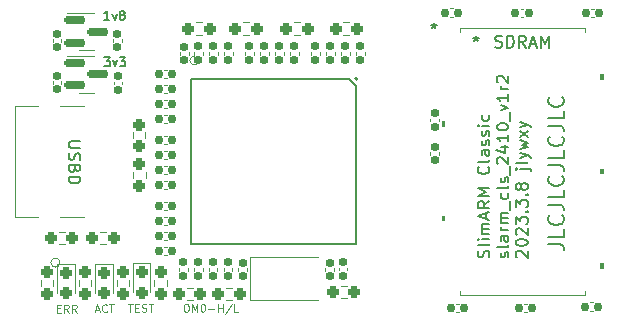
<source format=gto>
G04 #@! TF.GenerationSoftware,KiCad,Pcbnew,(6.0.11-0)*
G04 #@! TF.CreationDate,2023-03-08T20:48:50+08:00*
G04 #@! TF.ProjectId,slimarm_classic_2410,736c696d-6172-46d5-9f63-6c6173736963,rev?*
G04 #@! TF.SameCoordinates,Original*
G04 #@! TF.FileFunction,Legend,Top*
G04 #@! TF.FilePolarity,Positive*
%FSLAX46Y46*%
G04 Gerber Fmt 4.6, Leading zero omitted, Abs format (unit mm)*
G04 Created by KiCad (PCBNEW (6.0.11-0)) date 2023-03-08 20:48:50*
%MOMM*%
%LPD*%
G01*
G04 APERTURE LIST*
G04 Aperture macros list*
%AMRoundRect*
0 Rectangle with rounded corners*
0 $1 Rounding radius*
0 $2 $3 $4 $5 $6 $7 $8 $9 X,Y pos of 4 corners*
0 Add a 4 corners polygon primitive as box body*
4,1,4,$2,$3,$4,$5,$6,$7,$8,$9,$2,$3,0*
0 Add four circle primitives for the rounded corners*
1,1,$1+$1,$2,$3*
1,1,$1+$1,$4,$5*
1,1,$1+$1,$6,$7*
1,1,$1+$1,$8,$9*
0 Add four rect primitives between the rounded corners*
20,1,$1+$1,$2,$3,$4,$5,0*
20,1,$1+$1,$4,$5,$6,$7,0*
20,1,$1+$1,$6,$7,$8,$9,0*
20,1,$1+$1,$8,$9,$2,$3,0*%
G04 Aperture macros list end*
%ADD10C,0.150000*%
%ADD11C,0.127000*%
%ADD12C,0.200000*%
%ADD13C,0.114300*%
%ADD14C,0.120000*%
%ADD15C,0.100000*%
%ADD16RoundRect,0.150000X-0.739000X-0.150000X0.739000X-0.150000X0.739000X0.150000X-0.739000X0.150000X0*%
%ADD17RoundRect,0.155000X-0.155000X0.212500X-0.155000X-0.212500X0.155000X-0.212500X0.155000X0.212500X0*%
%ADD18RoundRect,0.155000X0.155000X-0.212500X0.155000X0.212500X-0.155000X0.212500X-0.155000X-0.212500X0*%
%ADD19RoundRect,0.155000X-0.212500X-0.155000X0.212500X-0.155000X0.212500X0.155000X-0.212500X0.155000X0*%
%ADD20C,0.410000*%
%ADD21C,0.650000*%
%ADD22R,2.000000X0.600000*%
%ADD23R,2.000000X0.300000*%
%ADD24R,1.450000X0.600000*%
%ADD25O,1.600000X1.000000*%
%ADD26O,2.100000X1.000000*%
%ADD27RoundRect,0.237500X-0.237500X0.287500X-0.237500X-0.287500X0.237500X-0.287500X0.237500X0.287500X0*%
%ADD28RoundRect,0.237500X0.250000X0.237500X-0.250000X0.237500X-0.250000X-0.237500X0.250000X-0.237500X0*%
%ADD29RoundRect,0.237500X-0.250000X-0.237500X0.250000X-0.237500X0.250000X0.237500X-0.250000X0.237500X0*%
%ADD30RoundRect,0.237500X0.237500X-0.250000X0.237500X0.250000X-0.237500X0.250000X-0.237500X-0.250000X0*%
%ADD31R,1.693800X0.508000*%
%ADD32RoundRect,0.155000X0.212500X0.155000X-0.212500X0.155000X-0.212500X-0.155000X0.212500X-0.155000X0*%
%ADD33RoundRect,0.237500X-0.237500X0.250000X-0.237500X-0.250000X0.237500X-0.250000X0.237500X0.250000X0*%
%ADD34R,2.000000X2.400000*%
G04 APERTURE END LIST*
D10*
X15907619Y-25785595D02*
X15098095Y-25785595D01*
X15002857Y-25833214D01*
X14955238Y-25880833D01*
X14907619Y-25976071D01*
X14907619Y-26166547D01*
X14955238Y-26261785D01*
X15002857Y-26309404D01*
X15098095Y-26357023D01*
X15907619Y-26357023D01*
X14955238Y-26785595D02*
X14907619Y-26928452D01*
X14907619Y-27166547D01*
X14955238Y-27261785D01*
X15002857Y-27309404D01*
X15098095Y-27357023D01*
X15193333Y-27357023D01*
X15288571Y-27309404D01*
X15336190Y-27261785D01*
X15383809Y-27166547D01*
X15431428Y-26976071D01*
X15479047Y-26880833D01*
X15526666Y-26833214D01*
X15621904Y-26785595D01*
X15717142Y-26785595D01*
X15812380Y-26833214D01*
X15860000Y-26880833D01*
X15907619Y-26976071D01*
X15907619Y-27214166D01*
X15860000Y-27357023D01*
X15431428Y-28118928D02*
X15383809Y-28261785D01*
X15336190Y-28309404D01*
X15240952Y-28357023D01*
X15098095Y-28357023D01*
X15002857Y-28309404D01*
X14955238Y-28261785D01*
X14907619Y-28166547D01*
X14907619Y-27785595D01*
X15907619Y-27785595D01*
X15907619Y-28118928D01*
X15860000Y-28214166D01*
X15812380Y-28261785D01*
X15717142Y-28309404D01*
X15621904Y-28309404D01*
X15526666Y-28261785D01*
X15479047Y-28214166D01*
X15431428Y-28118928D01*
X15431428Y-27785595D01*
X14907619Y-28785595D02*
X15907619Y-28785595D01*
X15907619Y-29023690D01*
X15860000Y-29166547D01*
X15764761Y-29261785D01*
X15669523Y-29309404D01*
X15479047Y-29357023D01*
X15336190Y-29357023D01*
X15145714Y-29309404D01*
X15050476Y-29261785D01*
X14955238Y-29166547D01*
X14907619Y-29023690D01*
X14907619Y-28785595D01*
X51037976Y-17804761D02*
X51180833Y-17852380D01*
X51418928Y-17852380D01*
X51514166Y-17804761D01*
X51561785Y-17757142D01*
X51609404Y-17661904D01*
X51609404Y-17566666D01*
X51561785Y-17471428D01*
X51514166Y-17423809D01*
X51418928Y-17376190D01*
X51228452Y-17328571D01*
X51133214Y-17280952D01*
X51085595Y-17233333D01*
X51037976Y-17138095D01*
X51037976Y-17042857D01*
X51085595Y-16947619D01*
X51133214Y-16900000D01*
X51228452Y-16852380D01*
X51466547Y-16852380D01*
X51609404Y-16900000D01*
X52037976Y-17852380D02*
X52037976Y-16852380D01*
X52276071Y-16852380D01*
X52418928Y-16900000D01*
X52514166Y-16995238D01*
X52561785Y-17090476D01*
X52609404Y-17280952D01*
X52609404Y-17423809D01*
X52561785Y-17614285D01*
X52514166Y-17709523D01*
X52418928Y-17804761D01*
X52276071Y-17852380D01*
X52037976Y-17852380D01*
X53609404Y-17852380D02*
X53276071Y-17376190D01*
X53037976Y-17852380D02*
X53037976Y-16852380D01*
X53418928Y-16852380D01*
X53514166Y-16900000D01*
X53561785Y-16947619D01*
X53609404Y-17042857D01*
X53609404Y-17185714D01*
X53561785Y-17280952D01*
X53514166Y-17328571D01*
X53418928Y-17376190D01*
X53037976Y-17376190D01*
X53990357Y-17566666D02*
X54466547Y-17566666D01*
X53895119Y-17852380D02*
X54228452Y-16852380D01*
X54561785Y-17852380D01*
X54895119Y-17852380D02*
X54895119Y-16852380D01*
X55228452Y-17566666D01*
X55561785Y-16852380D01*
X55561785Y-17852380D01*
D11*
X17941407Y-18692714D02*
X18413121Y-18692714D01*
X18159121Y-18983000D01*
X18267978Y-18983000D01*
X18340550Y-19019285D01*
X18376835Y-19055571D01*
X18413121Y-19128142D01*
X18413121Y-19309571D01*
X18376835Y-19382142D01*
X18340550Y-19418428D01*
X18267978Y-19454714D01*
X18050264Y-19454714D01*
X17977692Y-19418428D01*
X17941407Y-19382142D01*
X18667121Y-18946714D02*
X18848550Y-19454714D01*
X19029978Y-18946714D01*
X19247692Y-18692714D02*
X19719407Y-18692714D01*
X19465407Y-18983000D01*
X19574264Y-18983000D01*
X19646835Y-19019285D01*
X19683121Y-19055571D01*
X19719407Y-19128142D01*
X19719407Y-19309571D01*
X19683121Y-19382142D01*
X19646835Y-19418428D01*
X19574264Y-19454714D01*
X19356550Y-19454714D01*
X19283978Y-19418428D01*
X19247692Y-19382142D01*
D12*
X55538095Y-34489047D02*
X56466666Y-34489047D01*
X56652380Y-34550952D01*
X56776190Y-34674761D01*
X56838095Y-34860476D01*
X56838095Y-34984285D01*
X56838095Y-33250952D02*
X56838095Y-33870000D01*
X55538095Y-33870000D01*
X56714285Y-32074761D02*
X56776190Y-32136666D01*
X56838095Y-32322380D01*
X56838095Y-32446190D01*
X56776190Y-32631904D01*
X56652380Y-32755714D01*
X56528571Y-32817619D01*
X56280952Y-32879523D01*
X56095238Y-32879523D01*
X55847619Y-32817619D01*
X55723809Y-32755714D01*
X55600000Y-32631904D01*
X55538095Y-32446190D01*
X55538095Y-32322380D01*
X55600000Y-32136666D01*
X55661904Y-32074761D01*
X55538095Y-31146190D02*
X56466666Y-31146190D01*
X56652380Y-31208095D01*
X56776190Y-31331904D01*
X56838095Y-31517619D01*
X56838095Y-31641428D01*
X56838095Y-29908095D02*
X56838095Y-30527142D01*
X55538095Y-30527142D01*
X56714285Y-28731904D02*
X56776190Y-28793809D01*
X56838095Y-28979523D01*
X56838095Y-29103333D01*
X56776190Y-29289047D01*
X56652380Y-29412857D01*
X56528571Y-29474761D01*
X56280952Y-29536666D01*
X56095238Y-29536666D01*
X55847619Y-29474761D01*
X55723809Y-29412857D01*
X55600000Y-29289047D01*
X55538095Y-29103333D01*
X55538095Y-28979523D01*
X55600000Y-28793809D01*
X55661904Y-28731904D01*
X55538095Y-27803333D02*
X56466666Y-27803333D01*
X56652380Y-27865238D01*
X56776190Y-27989047D01*
X56838095Y-28174761D01*
X56838095Y-28298571D01*
X56838095Y-26565238D02*
X56838095Y-27184285D01*
X55538095Y-27184285D01*
X56714285Y-25389047D02*
X56776190Y-25450952D01*
X56838095Y-25636666D01*
X56838095Y-25760476D01*
X56776190Y-25946190D01*
X56652380Y-26070000D01*
X56528571Y-26131904D01*
X56280952Y-26193809D01*
X56095238Y-26193809D01*
X55847619Y-26131904D01*
X55723809Y-26070000D01*
X55600000Y-25946190D01*
X55538095Y-25760476D01*
X55538095Y-25636666D01*
X55600000Y-25450952D01*
X55661904Y-25389047D01*
X55538095Y-24460476D02*
X56466666Y-24460476D01*
X56652380Y-24522380D01*
X56776190Y-24646190D01*
X56838095Y-24831904D01*
X56838095Y-24955714D01*
X56838095Y-23222380D02*
X56838095Y-23841428D01*
X55538095Y-23841428D01*
X56714285Y-22046190D02*
X56776190Y-22108095D01*
X56838095Y-22293809D01*
X56838095Y-22417619D01*
X56776190Y-22603333D01*
X56652380Y-22727142D01*
X56528571Y-22789047D01*
X56280952Y-22850952D01*
X56095238Y-22850952D01*
X55847619Y-22789047D01*
X55723809Y-22727142D01*
X55600000Y-22603333D01*
X55538095Y-22417619D01*
X55538095Y-22293809D01*
X55600000Y-22108095D01*
X55661904Y-22046190D01*
D13*
X24797323Y-39568352D02*
X24923114Y-39568352D01*
X24986009Y-39599800D01*
X25048904Y-39662695D01*
X25080352Y-39788485D01*
X25080352Y-40008619D01*
X25048904Y-40134409D01*
X24986009Y-40197304D01*
X24923114Y-40228752D01*
X24797323Y-40228752D01*
X24734428Y-40197304D01*
X24671533Y-40134409D01*
X24640085Y-40008619D01*
X24640085Y-39788485D01*
X24671533Y-39662695D01*
X24734428Y-39599800D01*
X24797323Y-39568352D01*
X25363380Y-40228752D02*
X25363380Y-39568352D01*
X25583514Y-40040066D01*
X25803647Y-39568352D01*
X25803647Y-40228752D01*
X26243914Y-39568352D02*
X26306809Y-39568352D01*
X26369704Y-39599800D01*
X26401152Y-39631247D01*
X26432599Y-39694142D01*
X26464047Y-39819933D01*
X26464047Y-39977171D01*
X26432599Y-40102961D01*
X26401152Y-40165857D01*
X26369704Y-40197304D01*
X26306809Y-40228752D01*
X26243914Y-40228752D01*
X26181018Y-40197304D01*
X26149571Y-40165857D01*
X26118123Y-40102961D01*
X26086675Y-39977171D01*
X26086675Y-39819933D01*
X26118123Y-39694142D01*
X26149571Y-39631247D01*
X26181018Y-39599800D01*
X26243914Y-39568352D01*
X26747075Y-39977171D02*
X27250237Y-39977171D01*
X27564714Y-40228752D02*
X27564714Y-39568352D01*
X27564714Y-39882828D02*
X27942085Y-39882828D01*
X27942085Y-40228752D02*
X27942085Y-39568352D01*
X28728275Y-39536904D02*
X28162218Y-40385990D01*
X29262885Y-40228752D02*
X28948409Y-40228752D01*
X28948409Y-39568352D01*
D11*
X18363121Y-15494714D02*
X17927692Y-15494714D01*
X18145407Y-15494714D02*
X18145407Y-14732714D01*
X18072835Y-14841571D01*
X18000264Y-14914142D01*
X17927692Y-14950428D01*
X18617121Y-14986714D02*
X18798550Y-15494714D01*
X18979978Y-14986714D01*
X19379121Y-15059285D02*
X19306550Y-15023000D01*
X19270264Y-14986714D01*
X19233978Y-14914142D01*
X19233978Y-14877857D01*
X19270264Y-14805285D01*
X19306550Y-14769000D01*
X19379121Y-14732714D01*
X19524264Y-14732714D01*
X19596835Y-14769000D01*
X19633121Y-14805285D01*
X19669407Y-14877857D01*
X19669407Y-14914142D01*
X19633121Y-14986714D01*
X19596835Y-15023000D01*
X19524264Y-15059285D01*
X19379121Y-15059285D01*
X19306550Y-15095571D01*
X19270264Y-15131857D01*
X19233978Y-15204428D01*
X19233978Y-15349571D01*
X19270264Y-15422142D01*
X19306550Y-15458428D01*
X19379121Y-15494714D01*
X19524264Y-15494714D01*
X19596835Y-15458428D01*
X19633121Y-15422142D01*
X19669407Y-15349571D01*
X19669407Y-15204428D01*
X19633121Y-15131857D01*
X19596835Y-15095571D01*
X19524264Y-15059285D01*
D13*
X17180085Y-40060066D02*
X17494561Y-40060066D01*
X17117190Y-40248752D02*
X17337323Y-39588352D01*
X17557456Y-40248752D01*
X18154961Y-40185857D02*
X18123514Y-40217304D01*
X18029171Y-40248752D01*
X17966275Y-40248752D01*
X17871933Y-40217304D01*
X17809037Y-40154409D01*
X17777590Y-40091514D01*
X17746142Y-39965723D01*
X17746142Y-39871380D01*
X17777590Y-39745590D01*
X17809037Y-39682695D01*
X17871933Y-39619800D01*
X17966275Y-39588352D01*
X18029171Y-39588352D01*
X18123514Y-39619800D01*
X18154961Y-39651247D01*
X18343647Y-39588352D02*
X18721018Y-39588352D01*
X18532333Y-40248752D02*
X18532333Y-39588352D01*
X19947190Y-39558352D02*
X20324561Y-39558352D01*
X20135875Y-40218752D02*
X20135875Y-39558352D01*
X20544695Y-39872828D02*
X20764828Y-39872828D01*
X20859171Y-40218752D02*
X20544695Y-40218752D01*
X20544695Y-39558352D01*
X20859171Y-39558352D01*
X21110752Y-40187304D02*
X21205095Y-40218752D01*
X21362333Y-40218752D01*
X21425228Y-40187304D01*
X21456675Y-40155857D01*
X21488123Y-40092961D01*
X21488123Y-40030066D01*
X21456675Y-39967171D01*
X21425228Y-39935723D01*
X21362333Y-39904276D01*
X21236542Y-39872828D01*
X21173647Y-39841380D01*
X21142199Y-39809933D01*
X21110752Y-39747038D01*
X21110752Y-39684142D01*
X21142199Y-39621247D01*
X21173647Y-39589800D01*
X21236542Y-39558352D01*
X21393780Y-39558352D01*
X21488123Y-39589800D01*
X21676809Y-39558352D02*
X22054180Y-39558352D01*
X21865495Y-40218752D02*
X21865495Y-39558352D01*
D10*
X50494761Y-35612023D02*
X50542380Y-35469166D01*
X50542380Y-35231071D01*
X50494761Y-35135833D01*
X50447142Y-35088214D01*
X50351904Y-35040595D01*
X50256666Y-35040595D01*
X50161428Y-35088214D01*
X50113809Y-35135833D01*
X50066190Y-35231071D01*
X50018571Y-35421547D01*
X49970952Y-35516785D01*
X49923333Y-35564404D01*
X49828095Y-35612023D01*
X49732857Y-35612023D01*
X49637619Y-35564404D01*
X49590000Y-35516785D01*
X49542380Y-35421547D01*
X49542380Y-35183452D01*
X49590000Y-35040595D01*
X50542380Y-34469166D02*
X50494761Y-34564404D01*
X50399523Y-34612023D01*
X49542380Y-34612023D01*
X50542380Y-34088214D02*
X49875714Y-34088214D01*
X49542380Y-34088214D02*
X49590000Y-34135833D01*
X49637619Y-34088214D01*
X49590000Y-34040595D01*
X49542380Y-34088214D01*
X49637619Y-34088214D01*
X50542380Y-33612023D02*
X49875714Y-33612023D01*
X49970952Y-33612023D02*
X49923333Y-33564404D01*
X49875714Y-33469166D01*
X49875714Y-33326309D01*
X49923333Y-33231071D01*
X50018571Y-33183452D01*
X50542380Y-33183452D01*
X50018571Y-33183452D02*
X49923333Y-33135833D01*
X49875714Y-33040595D01*
X49875714Y-32897738D01*
X49923333Y-32802500D01*
X50018571Y-32754880D01*
X50542380Y-32754880D01*
X50256666Y-32326309D02*
X50256666Y-31850119D01*
X50542380Y-32421547D02*
X49542380Y-32088214D01*
X50542380Y-31754880D01*
X50542380Y-30850119D02*
X50066190Y-31183452D01*
X50542380Y-31421547D02*
X49542380Y-31421547D01*
X49542380Y-31040595D01*
X49590000Y-30945357D01*
X49637619Y-30897738D01*
X49732857Y-30850119D01*
X49875714Y-30850119D01*
X49970952Y-30897738D01*
X50018571Y-30945357D01*
X50066190Y-31040595D01*
X50066190Y-31421547D01*
X50542380Y-30421547D02*
X49542380Y-30421547D01*
X50256666Y-30088214D01*
X49542380Y-29754880D01*
X50542380Y-29754880D01*
X50447142Y-27945357D02*
X50494761Y-27992976D01*
X50542380Y-28135833D01*
X50542380Y-28231071D01*
X50494761Y-28373928D01*
X50399523Y-28469166D01*
X50304285Y-28516785D01*
X50113809Y-28564404D01*
X49970952Y-28564404D01*
X49780476Y-28516785D01*
X49685238Y-28469166D01*
X49590000Y-28373928D01*
X49542380Y-28231071D01*
X49542380Y-28135833D01*
X49590000Y-27992976D01*
X49637619Y-27945357D01*
X50542380Y-27373928D02*
X50494761Y-27469166D01*
X50399523Y-27516785D01*
X49542380Y-27516785D01*
X50542380Y-26564404D02*
X50018571Y-26564404D01*
X49923333Y-26612023D01*
X49875714Y-26707261D01*
X49875714Y-26897738D01*
X49923333Y-26992976D01*
X50494761Y-26564404D02*
X50542380Y-26659642D01*
X50542380Y-26897738D01*
X50494761Y-26992976D01*
X50399523Y-27040595D01*
X50304285Y-27040595D01*
X50209047Y-26992976D01*
X50161428Y-26897738D01*
X50161428Y-26659642D01*
X50113809Y-26564404D01*
X50494761Y-26135833D02*
X50542380Y-26040595D01*
X50542380Y-25850119D01*
X50494761Y-25754880D01*
X50399523Y-25707261D01*
X50351904Y-25707261D01*
X50256666Y-25754880D01*
X50209047Y-25850119D01*
X50209047Y-25992976D01*
X50161428Y-26088214D01*
X50066190Y-26135833D01*
X50018571Y-26135833D01*
X49923333Y-26088214D01*
X49875714Y-25992976D01*
X49875714Y-25850119D01*
X49923333Y-25754880D01*
X50494761Y-25326309D02*
X50542380Y-25231071D01*
X50542380Y-25040595D01*
X50494761Y-24945357D01*
X50399523Y-24897738D01*
X50351904Y-24897738D01*
X50256666Y-24945357D01*
X50209047Y-25040595D01*
X50209047Y-25183452D01*
X50161428Y-25278690D01*
X50066190Y-25326309D01*
X50018571Y-25326309D01*
X49923333Y-25278690D01*
X49875714Y-25183452D01*
X49875714Y-25040595D01*
X49923333Y-24945357D01*
X50542380Y-24469166D02*
X49875714Y-24469166D01*
X49542380Y-24469166D02*
X49590000Y-24516785D01*
X49637619Y-24469166D01*
X49590000Y-24421547D01*
X49542380Y-24469166D01*
X49637619Y-24469166D01*
X50494761Y-23564404D02*
X50542380Y-23659642D01*
X50542380Y-23850119D01*
X50494761Y-23945357D01*
X50447142Y-23992976D01*
X50351904Y-24040595D01*
X50066190Y-24040595D01*
X49970952Y-23992976D01*
X49923333Y-23945357D01*
X49875714Y-23850119D01*
X49875714Y-23659642D01*
X49923333Y-23564404D01*
X52104761Y-35612023D02*
X52152380Y-35516785D01*
X52152380Y-35326309D01*
X52104761Y-35231071D01*
X52009523Y-35183452D01*
X51961904Y-35183452D01*
X51866666Y-35231071D01*
X51819047Y-35326309D01*
X51819047Y-35469166D01*
X51771428Y-35564404D01*
X51676190Y-35612023D01*
X51628571Y-35612023D01*
X51533333Y-35564404D01*
X51485714Y-35469166D01*
X51485714Y-35326309D01*
X51533333Y-35231071D01*
X52152380Y-34612023D02*
X52104761Y-34707261D01*
X52009523Y-34754880D01*
X51152380Y-34754880D01*
X52152380Y-33802500D02*
X51628571Y-33802500D01*
X51533333Y-33850119D01*
X51485714Y-33945357D01*
X51485714Y-34135833D01*
X51533333Y-34231071D01*
X52104761Y-33802500D02*
X52152380Y-33897738D01*
X52152380Y-34135833D01*
X52104761Y-34231071D01*
X52009523Y-34278690D01*
X51914285Y-34278690D01*
X51819047Y-34231071D01*
X51771428Y-34135833D01*
X51771428Y-33897738D01*
X51723809Y-33802500D01*
X52152380Y-33326309D02*
X51485714Y-33326309D01*
X51676190Y-33326309D02*
X51580952Y-33278690D01*
X51533333Y-33231071D01*
X51485714Y-33135833D01*
X51485714Y-33040595D01*
X52152380Y-32707261D02*
X51485714Y-32707261D01*
X51580952Y-32707261D02*
X51533333Y-32659642D01*
X51485714Y-32564404D01*
X51485714Y-32421547D01*
X51533333Y-32326309D01*
X51628571Y-32278690D01*
X52152380Y-32278690D01*
X51628571Y-32278690D02*
X51533333Y-32231071D01*
X51485714Y-32135833D01*
X51485714Y-31992976D01*
X51533333Y-31897738D01*
X51628571Y-31850119D01*
X52152380Y-31850119D01*
X52247619Y-31612023D02*
X52247619Y-30850119D01*
X52104761Y-30183452D02*
X52152380Y-30278690D01*
X52152380Y-30469166D01*
X52104761Y-30564404D01*
X52057142Y-30612023D01*
X51961904Y-30659642D01*
X51676190Y-30659642D01*
X51580952Y-30612023D01*
X51533333Y-30564404D01*
X51485714Y-30469166D01*
X51485714Y-30278690D01*
X51533333Y-30183452D01*
X52152380Y-29612023D02*
X52104761Y-29707261D01*
X52009523Y-29754880D01*
X51152380Y-29754880D01*
X52104761Y-29278690D02*
X52152380Y-29183452D01*
X52152380Y-28992976D01*
X52104761Y-28897738D01*
X52009523Y-28850119D01*
X51961904Y-28850119D01*
X51866666Y-28897738D01*
X51819047Y-28992976D01*
X51819047Y-29135833D01*
X51771428Y-29231071D01*
X51676190Y-29278690D01*
X51628571Y-29278690D01*
X51533333Y-29231071D01*
X51485714Y-29135833D01*
X51485714Y-28992976D01*
X51533333Y-28897738D01*
X52247619Y-28659642D02*
X52247619Y-27897738D01*
X51247619Y-27707261D02*
X51200000Y-27659642D01*
X51152380Y-27564404D01*
X51152380Y-27326309D01*
X51200000Y-27231071D01*
X51247619Y-27183452D01*
X51342857Y-27135833D01*
X51438095Y-27135833D01*
X51580952Y-27183452D01*
X52152380Y-27754880D01*
X52152380Y-27135833D01*
X51485714Y-26278690D02*
X52152380Y-26278690D01*
X51104761Y-26516785D02*
X51819047Y-26754880D01*
X51819047Y-26135833D01*
X52152380Y-25231071D02*
X52152380Y-25802500D01*
X52152380Y-25516785D02*
X51152380Y-25516785D01*
X51295238Y-25612023D01*
X51390476Y-25707261D01*
X51438095Y-25802500D01*
X51152380Y-24612023D02*
X51152380Y-24516785D01*
X51200000Y-24421547D01*
X51247619Y-24373928D01*
X51342857Y-24326309D01*
X51533333Y-24278690D01*
X51771428Y-24278690D01*
X51961904Y-24326309D01*
X52057142Y-24373928D01*
X52104761Y-24421547D01*
X52152380Y-24516785D01*
X52152380Y-24612023D01*
X52104761Y-24707261D01*
X52057142Y-24754880D01*
X51961904Y-24802500D01*
X51771428Y-24850119D01*
X51533333Y-24850119D01*
X51342857Y-24802500D01*
X51247619Y-24754880D01*
X51200000Y-24707261D01*
X51152380Y-24612023D01*
X52247619Y-24088214D02*
X52247619Y-23326309D01*
X51485714Y-23183452D02*
X52152380Y-22945357D01*
X51485714Y-22707261D01*
X52152380Y-21802500D02*
X52152380Y-22373928D01*
X52152380Y-22088214D02*
X51152380Y-22088214D01*
X51295238Y-22183452D01*
X51390476Y-22278690D01*
X51438095Y-22373928D01*
X52152380Y-21373928D02*
X51485714Y-21373928D01*
X51676190Y-21373928D02*
X51580952Y-21326309D01*
X51533333Y-21278690D01*
X51485714Y-21183452D01*
X51485714Y-21088214D01*
X51247619Y-20802500D02*
X51200000Y-20754880D01*
X51152380Y-20659642D01*
X51152380Y-20421547D01*
X51200000Y-20326309D01*
X51247619Y-20278690D01*
X51342857Y-20231071D01*
X51438095Y-20231071D01*
X51580952Y-20278690D01*
X52152380Y-20850119D01*
X52152380Y-20231071D01*
X52857619Y-35612023D02*
X52810000Y-35564404D01*
X52762380Y-35469166D01*
X52762380Y-35231071D01*
X52810000Y-35135833D01*
X52857619Y-35088214D01*
X52952857Y-35040595D01*
X53048095Y-35040595D01*
X53190952Y-35088214D01*
X53762380Y-35659642D01*
X53762380Y-35040595D01*
X52762380Y-34421547D02*
X52762380Y-34326309D01*
X52810000Y-34231071D01*
X52857619Y-34183452D01*
X52952857Y-34135833D01*
X53143333Y-34088214D01*
X53381428Y-34088214D01*
X53571904Y-34135833D01*
X53667142Y-34183452D01*
X53714761Y-34231071D01*
X53762380Y-34326309D01*
X53762380Y-34421547D01*
X53714761Y-34516785D01*
X53667142Y-34564404D01*
X53571904Y-34612023D01*
X53381428Y-34659642D01*
X53143333Y-34659642D01*
X52952857Y-34612023D01*
X52857619Y-34564404D01*
X52810000Y-34516785D01*
X52762380Y-34421547D01*
X52857619Y-33707261D02*
X52810000Y-33659642D01*
X52762380Y-33564404D01*
X52762380Y-33326309D01*
X52810000Y-33231071D01*
X52857619Y-33183452D01*
X52952857Y-33135833D01*
X53048095Y-33135833D01*
X53190952Y-33183452D01*
X53762380Y-33754880D01*
X53762380Y-33135833D01*
X52762380Y-32802500D02*
X52762380Y-32183452D01*
X53143333Y-32516785D01*
X53143333Y-32373928D01*
X53190952Y-32278690D01*
X53238571Y-32231071D01*
X53333809Y-32183452D01*
X53571904Y-32183452D01*
X53667142Y-32231071D01*
X53714761Y-32278690D01*
X53762380Y-32373928D01*
X53762380Y-32659642D01*
X53714761Y-32754880D01*
X53667142Y-32802500D01*
X53667142Y-31754880D02*
X53714761Y-31707261D01*
X53762380Y-31754880D01*
X53714761Y-31802500D01*
X53667142Y-31754880D01*
X53762380Y-31754880D01*
X52762380Y-31373928D02*
X52762380Y-30754880D01*
X53143333Y-31088214D01*
X53143333Y-30945357D01*
X53190952Y-30850119D01*
X53238571Y-30802500D01*
X53333809Y-30754880D01*
X53571904Y-30754880D01*
X53667142Y-30802500D01*
X53714761Y-30850119D01*
X53762380Y-30945357D01*
X53762380Y-31231071D01*
X53714761Y-31326309D01*
X53667142Y-31373928D01*
X53667142Y-30326309D02*
X53714761Y-30278690D01*
X53762380Y-30326309D01*
X53714761Y-30373928D01*
X53667142Y-30326309D01*
X53762380Y-30326309D01*
X53190952Y-29707261D02*
X53143333Y-29802500D01*
X53095714Y-29850119D01*
X53000476Y-29897738D01*
X52952857Y-29897738D01*
X52857619Y-29850119D01*
X52810000Y-29802500D01*
X52762380Y-29707261D01*
X52762380Y-29516785D01*
X52810000Y-29421547D01*
X52857619Y-29373928D01*
X52952857Y-29326309D01*
X53000476Y-29326309D01*
X53095714Y-29373928D01*
X53143333Y-29421547D01*
X53190952Y-29516785D01*
X53190952Y-29707261D01*
X53238571Y-29802500D01*
X53286190Y-29850119D01*
X53381428Y-29897738D01*
X53571904Y-29897738D01*
X53667142Y-29850119D01*
X53714761Y-29802500D01*
X53762380Y-29707261D01*
X53762380Y-29516785D01*
X53714761Y-29421547D01*
X53667142Y-29373928D01*
X53571904Y-29326309D01*
X53381428Y-29326309D01*
X53286190Y-29373928D01*
X53238571Y-29421547D01*
X53190952Y-29516785D01*
X53095714Y-28135833D02*
X53952857Y-28135833D01*
X54048095Y-28183452D01*
X54095714Y-28278690D01*
X54095714Y-28326309D01*
X52762380Y-28135833D02*
X52810000Y-28183452D01*
X52857619Y-28135833D01*
X52810000Y-28088214D01*
X52762380Y-28135833D01*
X52857619Y-28135833D01*
X53762380Y-27516785D02*
X53714761Y-27612023D01*
X53619523Y-27659642D01*
X52762380Y-27659642D01*
X53095714Y-27231071D02*
X53762380Y-26992976D01*
X53095714Y-26754880D02*
X53762380Y-26992976D01*
X54000476Y-27088214D01*
X54048095Y-27135833D01*
X54095714Y-27231071D01*
X53095714Y-26469166D02*
X53762380Y-26278690D01*
X53286190Y-26088214D01*
X53762380Y-25897738D01*
X53095714Y-25707261D01*
X53762380Y-25421547D02*
X53095714Y-24897738D01*
X53095714Y-25421547D02*
X53762380Y-24897738D01*
X53095714Y-24612023D02*
X53762380Y-24373928D01*
X53095714Y-24135833D02*
X53762380Y-24373928D01*
X54000476Y-24469166D01*
X54048095Y-24516785D01*
X54095714Y-24612023D01*
D13*
X13951533Y-39942828D02*
X14171666Y-39942828D01*
X14266009Y-40288752D02*
X13951533Y-40288752D01*
X13951533Y-39628352D01*
X14266009Y-39628352D01*
X14926409Y-40288752D02*
X14706275Y-39974276D01*
X14549037Y-40288752D02*
X14549037Y-39628352D01*
X14800618Y-39628352D01*
X14863514Y-39659800D01*
X14894961Y-39691247D01*
X14926409Y-39754142D01*
X14926409Y-39848485D01*
X14894961Y-39911380D01*
X14863514Y-39942828D01*
X14800618Y-39974276D01*
X14549037Y-39974276D01*
X15586809Y-40288752D02*
X15366675Y-39974276D01*
X15209437Y-40288752D02*
X15209437Y-39628352D01*
X15461018Y-39628352D01*
X15523914Y-39659800D01*
X15555361Y-39691247D01*
X15586809Y-39754142D01*
X15586809Y-39848485D01*
X15555361Y-39911380D01*
X15523914Y-39942828D01*
X15461018Y-39974276D01*
X15209437Y-39974276D01*
D10*
G04 #@! TO.C,U4*
X49390000Y-16872380D02*
X49390000Y-17110476D01*
X49151904Y-17015238D02*
X49390000Y-17110476D01*
X49628095Y-17015238D01*
X49247142Y-17300952D02*
X49390000Y-17110476D01*
X49532857Y-17300952D01*
X45820000Y-15772380D02*
X45820000Y-16010476D01*
X45581904Y-15915238D02*
X45820000Y-16010476D01*
X46058095Y-15915238D01*
X45677142Y-16200952D02*
X45820000Y-16010476D01*
X45962857Y-16200952D01*
D14*
G04 #@! TO.C,U3*
X16420000Y-18542600D02*
X17070000Y-18542600D01*
X16420000Y-18542600D02*
X14745000Y-18542600D01*
X16420000Y-21662600D02*
X15770000Y-21662600D01*
X16420000Y-21662600D02*
X17070000Y-21662600D01*
G04 #@! TO.C,C45*
X13560000Y-17136765D02*
X13560000Y-17368435D01*
X14280000Y-17136765D02*
X14280000Y-17368435D01*
G04 #@! TO.C,C21*
X24360000Y-18236765D02*
X24360000Y-18468435D01*
X25080000Y-18236765D02*
X25080000Y-18468435D01*
G04 #@! TO.C,C40*
X29858000Y-18214765D02*
X29858000Y-18446435D01*
X30578000Y-18214765D02*
X30578000Y-18446435D01*
G04 #@! TO.C,C35*
X38510000Y-36715835D02*
X38510000Y-36484165D01*
X37790000Y-36715835D02*
X37790000Y-36484165D01*
G04 #@! TO.C,C43*
X22990165Y-30924600D02*
X23221835Y-30924600D01*
X22990165Y-31644600D02*
X23221835Y-31644600D01*
D12*
G04 #@! TO.C,IC1*
X39250000Y-34500000D02*
X25250000Y-34500000D01*
X38650000Y-20500000D02*
X39250000Y-21100000D01*
X25250000Y-20500000D02*
X38650000Y-20500000D01*
X25250000Y-34500000D02*
X25250000Y-20500000D01*
X39250000Y-21100000D02*
X39250000Y-34500000D01*
X39350000Y-20500000D02*
G75*
G03*
X39350000Y-20500000I-100000J0D01*
G01*
D14*
G04 #@! TO.C,J1*
X12307500Y-32202600D02*
X10407500Y-32202600D01*
X16207500Y-22802600D02*
X14207500Y-22802600D01*
X10407500Y-22802600D02*
X10407500Y-32202600D01*
X16207500Y-32202600D02*
X14207500Y-32202600D01*
X12307500Y-22802600D02*
X10407500Y-22802600D01*
G04 #@! TO.C,D2*
X20365000Y-36115000D02*
X20365000Y-38575000D01*
X21835000Y-38575000D02*
X21835000Y-36115000D01*
X21835000Y-36115000D02*
X20365000Y-36115000D01*
G04 #@! TO.C,C18*
X37986000Y-18214765D02*
X37986000Y-18446435D01*
X38706000Y-18214765D02*
X38706000Y-18446435D01*
G04 #@! TO.C,C28*
X28800000Y-18214765D02*
X28800000Y-18446435D01*
X28080000Y-18214765D02*
X28080000Y-18446435D01*
G04 #@! TO.C,C26*
X59134165Y-15310000D02*
X59365835Y-15310000D01*
X59134165Y-14590000D02*
X59365835Y-14590000D01*
G04 #@! TO.C,C30*
X26810000Y-18214765D02*
X26810000Y-18446435D01*
X27530000Y-18214765D02*
X27530000Y-18446435D01*
G04 #@! TO.C,C8*
X19403200Y-17357235D02*
X19403200Y-17125565D01*
X18683200Y-17357235D02*
X18683200Y-17125565D01*
G04 #@! TO.C,C25*
X53184165Y-15310000D02*
X53415835Y-15310000D01*
X53184165Y-14590000D02*
X53415835Y-14590000D01*
G04 #@! TO.C,R3*
X25404724Y-38177500D02*
X24895276Y-38177500D01*
X25404724Y-39222500D02*
X24895276Y-39222500D01*
G04 #@! TO.C,C15*
X45540000Y-24115835D02*
X45540000Y-23884165D01*
X46260000Y-24115835D02*
X46260000Y-23884165D01*
G04 #@! TO.C,C41*
X22990165Y-20468600D02*
X23221835Y-20468600D01*
X22990165Y-19748600D02*
X23221835Y-19748600D01*
G04 #@! TO.C,C24*
X39256000Y-18214765D02*
X39256000Y-18446435D01*
X39976000Y-18214765D02*
X39976000Y-18446435D01*
G04 #@! TO.C,R14*
X30174724Y-15730100D02*
X29665276Y-15730100D01*
X30174724Y-16775100D02*
X29665276Y-16775100D01*
G04 #@! TO.C,C12*
X36639998Y-36739167D02*
X36639998Y-36507497D01*
X37359998Y-36739167D02*
X37359998Y-36507497D01*
G04 #@! TO.C,R9*
X18074724Y-33480100D02*
X17565276Y-33480100D01*
X18074724Y-34525100D02*
X17565276Y-34525100D01*
G04 #@! TO.C,C7*
X18734000Y-20965935D02*
X18734000Y-20734265D01*
X19454000Y-20965935D02*
X19454000Y-20734265D01*
G04 #@! TO.C,C38*
X22990165Y-33464600D02*
X23221835Y-33464600D01*
X22990165Y-34184600D02*
X23221835Y-34184600D01*
G04 #@! TO.C,D3*
X15435000Y-38600000D02*
X15435000Y-36140000D01*
X15435000Y-36140000D02*
X13965000Y-36140000D01*
X13965000Y-36140000D02*
X13965000Y-38600000D01*
G04 #@! TO.C,C22*
X37436000Y-18214765D02*
X37436000Y-18446435D01*
X36716000Y-18214765D02*
X36716000Y-18446435D01*
G04 #@! TO.C,U2*
X16420000Y-18062600D02*
X15770000Y-18062600D01*
X16420000Y-14942600D02*
X17070000Y-14942600D01*
X16420000Y-14942600D02*
X14745000Y-14942600D01*
X16420000Y-18062600D02*
X17070000Y-18062600D01*
G04 #@! TO.C,C39*
X31128000Y-18214765D02*
X31128000Y-18446435D01*
X31848000Y-18214765D02*
X31848000Y-18446435D01*
G04 #@! TO.C,R8*
X14065276Y-33480100D02*
X14574724Y-33480100D01*
X14065276Y-34525100D02*
X14574724Y-34525100D01*
G04 #@! TO.C,R13*
X28754724Y-38177500D02*
X28245276Y-38177500D01*
X28754724Y-39222500D02*
X28245276Y-39222500D01*
G04 #@! TO.C,C3*
X47234165Y-15260000D02*
X47465835Y-15260000D01*
X47234165Y-14540000D02*
X47465835Y-14540000D01*
G04 #@! TO.C,R11*
X21416600Y-25554724D02*
X21416600Y-25045276D01*
X20371600Y-25554724D02*
X20371600Y-25045276D01*
G04 #@! TO.C,C32*
X45540000Y-26734165D02*
X45540000Y-26965835D01*
X46260000Y-26734165D02*
X46260000Y-26965835D01*
G04 #@! TO.C,U4*
X48079500Y-38803000D02*
X58620500Y-38803000D01*
X58620500Y-16197000D02*
X48079500Y-16197000D01*
X48079500Y-16197000D02*
X48079500Y-16511960D01*
X58620500Y-16511960D02*
X58620500Y-16197000D01*
X58620500Y-38803000D02*
X58620500Y-38488040D01*
X48079500Y-38488040D02*
X48079500Y-38803000D01*
G36*
X46758700Y-32491100D02*
G01*
X46504700Y-32491100D01*
X46504700Y-32110100D01*
X46758700Y-32110100D01*
X46758700Y-32491100D01*
G37*
D15*
X46758700Y-32491100D02*
X46504700Y-32491100D01*
X46504700Y-32110100D01*
X46758700Y-32110100D01*
X46758700Y-32491100D01*
G36*
X60195300Y-28490600D02*
G01*
X59941300Y-28490600D01*
X59941300Y-28109600D01*
X60195300Y-28109600D01*
X60195300Y-28490600D01*
G37*
X60195300Y-28490600D02*
X59941300Y-28490600D01*
X59941300Y-28109600D01*
X60195300Y-28109600D01*
X60195300Y-28490600D01*
G36*
X60195300Y-36491600D02*
G01*
X59941300Y-36491600D01*
X59941300Y-36110600D01*
X60195300Y-36110600D01*
X60195300Y-36491600D01*
G37*
X60195300Y-36491600D02*
X59941300Y-36491600D01*
X59941300Y-36110600D01*
X60195300Y-36110600D01*
X60195300Y-36491600D01*
G36*
X46758700Y-24490100D02*
G01*
X46504700Y-24490100D01*
X46504700Y-24109100D01*
X46758700Y-24109100D01*
X46758700Y-24490100D01*
G37*
X46758700Y-24490100D02*
X46504700Y-24490100D01*
X46504700Y-24109100D01*
X46758700Y-24109100D01*
X46758700Y-24490100D01*
G36*
X60195300Y-20489600D02*
G01*
X59941300Y-20489600D01*
X59941300Y-20108600D01*
X60195300Y-20108600D01*
X60195300Y-20489600D01*
G37*
X60195300Y-20489600D02*
X59941300Y-20489600D01*
X59941300Y-20108600D01*
X60195300Y-20108600D01*
X60195300Y-20489600D01*
D14*
G04 #@! TO.C,C37*
X22990165Y-32194600D02*
X23221835Y-32194600D01*
X22990165Y-32914600D02*
X23221835Y-32914600D01*
G04 #@! TO.C,C29*
X22990165Y-29866600D02*
X23221835Y-29866600D01*
X22990165Y-29146600D02*
X23221835Y-29146600D01*
G04 #@! TO.C,C42*
X24270000Y-36734435D02*
X24270000Y-36502765D01*
X24990000Y-36734435D02*
X24990000Y-36502765D01*
G04 #@! TO.C,C10*
X47945835Y-40250000D02*
X47714165Y-40250000D01*
X47945835Y-39530000D02*
X47714165Y-39530000D01*
G04 #@! TO.C,C46*
X33668000Y-18214765D02*
X33668000Y-18446435D01*
X34388000Y-18214765D02*
X34388000Y-18446435D01*
G04 #@! TO.C,R15*
X25672876Y-15730100D02*
X26182324Y-15730100D01*
X25672876Y-16775100D02*
X26182324Y-16775100D01*
G04 #@! TO.C,C31*
X22990165Y-28596600D02*
X23221835Y-28596600D01*
X22990165Y-27876600D02*
X23221835Y-27876600D01*
G04 #@! TO.C,C19*
X26260000Y-18214765D02*
X26260000Y-18446435D01*
X25540000Y-18214765D02*
X25540000Y-18446435D01*
G04 #@! TO.C,C2*
X26770000Y-36502765D02*
X26770000Y-36734435D01*
X27490000Y-36502765D02*
X27490000Y-36734435D01*
G04 #@! TO.C,C13*
X53484165Y-39540000D02*
X53715835Y-39540000D01*
X53484165Y-40260000D02*
X53715835Y-40260000D01*
G04 #@! TO.C,R2*
X37945276Y-39072500D02*
X38454724Y-39072500D01*
X37945276Y-38027500D02*
X38454724Y-38027500D01*
G04 #@! TO.C,C9*
X22990165Y-35454600D02*
X23221835Y-35454600D01*
X22990165Y-34734600D02*
X23221835Y-34734600D01*
G04 #@! TO.C,C33*
X22990165Y-23008600D02*
X23221835Y-23008600D01*
X22990165Y-22288600D02*
X23221835Y-22288600D01*
G04 #@! TO.C,D1*
X18635000Y-38600000D02*
X18635000Y-36140000D01*
X18635000Y-36140000D02*
X17165000Y-36140000D01*
X17165000Y-36140000D02*
X17165000Y-38600000D01*
G04 #@! TO.C,C14*
X14280000Y-20685965D02*
X14280000Y-20917635D01*
X13560000Y-20685965D02*
X13560000Y-20917635D01*
G04 #@! TO.C,R10*
X20377500Y-28396876D02*
X20377500Y-28906324D01*
X21422500Y-28396876D02*
X21422500Y-28906324D01*
G04 #@! TO.C,C47*
X32398000Y-18214765D02*
X32398000Y-18446435D01*
X33118000Y-18214765D02*
X33118000Y-18446435D01*
G04 #@! TO.C,C23*
X35446000Y-18214765D02*
X35446000Y-18446435D01*
X36166000Y-18214765D02*
X36166000Y-18446435D01*
G04 #@! TO.C,C1*
X28040000Y-36502765D02*
X28040000Y-36734435D01*
X28760000Y-36502765D02*
X28760000Y-36734435D01*
G04 #@! TO.C,Y1*
X36000000Y-35600000D02*
X30250000Y-35600000D01*
X30250000Y-39200000D02*
X36000000Y-39200000D01*
X30250000Y-35600000D02*
X30250000Y-39200000D01*
G04 #@! TO.C,C27*
X59051665Y-40160000D02*
X59283335Y-40160000D01*
X59051665Y-39440000D02*
X59283335Y-39440000D01*
G04 #@! TO.C,R1*
X23222500Y-38054724D02*
X23222500Y-37545276D01*
X22177500Y-38054724D02*
X22177500Y-37545276D01*
G04 #@! TO.C,C6*
X29993998Y-36739167D02*
X29993998Y-36507497D01*
X29273998Y-36739167D02*
X29273998Y-36507497D01*
G04 #@! TO.C,R5*
X18977500Y-37520276D02*
X18977500Y-38029724D01*
X20022500Y-37520276D02*
X20022500Y-38029724D01*
G04 #@! TO.C,C34*
X22990165Y-23558600D02*
X23221835Y-23558600D01*
X22990165Y-24278600D02*
X23221835Y-24278600D01*
G04 #@! TO.C,R17*
X38674724Y-16775100D02*
X38165276Y-16775100D01*
X38674724Y-15730100D02*
X38165276Y-15730100D01*
G04 #@! TO.C,R6*
X12577500Y-37545276D02*
X12577500Y-38054724D01*
X13622500Y-37545276D02*
X13622500Y-38054724D01*
G04 #@! TO.C,C20*
X22990165Y-26606600D02*
X23221835Y-26606600D01*
X22990165Y-27326600D02*
X23221835Y-27326600D01*
G04 #@! TO.C,C36*
X25540000Y-36734435D02*
X25540000Y-36502765D01*
X26260000Y-36734435D02*
X26260000Y-36502765D01*
G04 #@! TO.C,C4*
X22990165Y-26056600D02*
X23221835Y-26056600D01*
X22990165Y-25336600D02*
X23221835Y-25336600D01*
G04 #@! TO.C,C44*
X22990165Y-21738600D02*
X23221835Y-21738600D01*
X22990165Y-21018600D02*
X23221835Y-21018600D01*
G04 #@! TO.C,R4*
X15777500Y-37545276D02*
X15777500Y-38054724D01*
X16822500Y-37545276D02*
X16822500Y-38054724D01*
G04 #@! TO.C,R16*
X34512224Y-16775100D02*
X34002776Y-16775100D01*
X34512224Y-15730100D02*
X34002776Y-15730100D01*
G04 #@! TO.C,J3*
X25940000Y-18950000D02*
G75*
G03*
X25940000Y-18950000I-381000J0D01*
G01*
G04 #@! TO.C,J2*
X14172000Y-36070500D02*
G75*
G03*
X14172000Y-36070500I-381000J0D01*
G01*
G04 #@! TD*
%LPC*%
D16*
G04 #@! TO.C,U3*
X15482500Y-19152600D03*
X15482500Y-21052600D03*
X17357500Y-20102600D03*
G04 #@! TD*
D17*
G04 #@! TO.C,C45*
X13920000Y-16685100D03*
X13920000Y-17820100D03*
G04 #@! TD*
G04 #@! TO.C,C21*
X24720000Y-17785100D03*
X24720000Y-18920100D03*
G04 #@! TD*
G04 #@! TO.C,C40*
X30218000Y-17763100D03*
X30218000Y-18898100D03*
G04 #@! TD*
D18*
G04 #@! TO.C,C35*
X38150000Y-37167500D03*
X38150000Y-36032500D03*
G04 #@! TD*
D19*
G04 #@! TO.C,C43*
X22538500Y-31284600D03*
X23673500Y-31284600D03*
G04 #@! TD*
D20*
G04 #@! TO.C,IC1*
X38650000Y-21100000D03*
X38650000Y-21900000D03*
X38650000Y-22700000D03*
X38650000Y-23500000D03*
X38650000Y-24300000D03*
X38650000Y-25100000D03*
X38650000Y-25900000D03*
X38650000Y-26700000D03*
X38650000Y-27500000D03*
X38650000Y-28300000D03*
X38650000Y-29100000D03*
X38650000Y-29900000D03*
X38650000Y-30700000D03*
X38650000Y-31500000D03*
X38650000Y-32300000D03*
X38650000Y-33100000D03*
X38650000Y-33900000D03*
X37850000Y-21100000D03*
X37850000Y-21900000D03*
X37850000Y-22700000D03*
X37850000Y-23500000D03*
X37850000Y-24300000D03*
X37850000Y-25100000D03*
X37850000Y-25900000D03*
X37850000Y-26700000D03*
X37850000Y-27500000D03*
X37850000Y-28300000D03*
X37850000Y-29100000D03*
X37850000Y-29900000D03*
X37850000Y-30700000D03*
X37850000Y-31500000D03*
X37850000Y-32300000D03*
X37850000Y-33100000D03*
X37850000Y-33900000D03*
X37050000Y-21100000D03*
X37050000Y-21900000D03*
X37050000Y-22700000D03*
X37050000Y-23500000D03*
X37050000Y-24300000D03*
X37050000Y-25100000D03*
X37050000Y-25900000D03*
X37050000Y-26700000D03*
X37050000Y-27500000D03*
X37050000Y-28300000D03*
X37050000Y-29100000D03*
X37050000Y-29900000D03*
X37050000Y-30700000D03*
X37050000Y-31500000D03*
X37050000Y-32300000D03*
X37050000Y-33100000D03*
X37050000Y-33900000D03*
X36250000Y-21100000D03*
X36250000Y-21900000D03*
X36250000Y-22700000D03*
X36250000Y-23500000D03*
X36250000Y-24300000D03*
X36250000Y-25100000D03*
X36250000Y-25900000D03*
X36250000Y-26700000D03*
X36250000Y-27500000D03*
X36250000Y-28300000D03*
X36250000Y-29100000D03*
X36250000Y-29900000D03*
X36250000Y-30700000D03*
X36250000Y-31500000D03*
X36250000Y-32300000D03*
X36250000Y-33100000D03*
X36250000Y-33900000D03*
X35450000Y-21100000D03*
X35450000Y-21900000D03*
X35450000Y-22700000D03*
X35450000Y-23500000D03*
X35450000Y-24300000D03*
X35450000Y-25100000D03*
X35450000Y-25900000D03*
X35450000Y-26700000D03*
X35450000Y-27500000D03*
X35450000Y-28300000D03*
X35450000Y-29100000D03*
X35450000Y-29900000D03*
X35450000Y-30700000D03*
X35450000Y-31500000D03*
X35450000Y-32300000D03*
X35450000Y-33100000D03*
X35450000Y-33900000D03*
X34650000Y-21100000D03*
X34650000Y-21900000D03*
X34650000Y-22700000D03*
X34650000Y-23500000D03*
X34650000Y-24300000D03*
X34650000Y-25100000D03*
X34650000Y-25900000D03*
X34650000Y-26700000D03*
X34650000Y-27500000D03*
X34650000Y-28300000D03*
X34650000Y-29100000D03*
X34650000Y-29900000D03*
X34650000Y-30700000D03*
X34650000Y-31500000D03*
X34650000Y-32300000D03*
X34650000Y-33100000D03*
X34650000Y-33900000D03*
X33850000Y-21100000D03*
X33850000Y-21900000D03*
X33850000Y-22700000D03*
X33850000Y-23500000D03*
X33850000Y-24300000D03*
X33850000Y-25100000D03*
X33850000Y-25900000D03*
X33850000Y-27500000D03*
X33850000Y-29100000D03*
X33850000Y-29900000D03*
X33850000Y-30700000D03*
X33850000Y-31500000D03*
X33850000Y-32300000D03*
X33850000Y-33100000D03*
X33850000Y-33900000D03*
X33050000Y-21100000D03*
X33050000Y-21900000D03*
X33050000Y-22700000D03*
X33050000Y-23500000D03*
X33050000Y-24300000D03*
X33050000Y-25100000D03*
X33050000Y-29900000D03*
X33050000Y-30700000D03*
X33050000Y-31500000D03*
X33050000Y-32300000D03*
X33050000Y-33100000D03*
X33050000Y-33900000D03*
X32250000Y-21100000D03*
X32250000Y-21900000D03*
X32250000Y-22700000D03*
X32250000Y-23500000D03*
X32250000Y-24300000D03*
X32250000Y-25100000D03*
X32250000Y-25900000D03*
X32250000Y-29100000D03*
X32250000Y-29900000D03*
X32250000Y-30700000D03*
X32250000Y-31500000D03*
X32250000Y-32300000D03*
X32250000Y-33100000D03*
X32250000Y-33900000D03*
X31450000Y-21100000D03*
X31450000Y-21900000D03*
X31450000Y-22700000D03*
X31450000Y-23500000D03*
X31450000Y-24300000D03*
X31450000Y-25100000D03*
X31450000Y-29900000D03*
X31450000Y-30700000D03*
X31450000Y-31500000D03*
X31450000Y-32300000D03*
X31450000Y-33100000D03*
X31450000Y-33900000D03*
X30650000Y-21100000D03*
X30650000Y-21900000D03*
X30650000Y-22700000D03*
X30650000Y-23500000D03*
X30650000Y-24300000D03*
X30650000Y-25100000D03*
X30650000Y-25900000D03*
X30650000Y-27500000D03*
X30650000Y-29100000D03*
X30650000Y-29900000D03*
X30650000Y-30700000D03*
X30650000Y-31500000D03*
X30650000Y-32300000D03*
X30650000Y-33100000D03*
X30650000Y-33900000D03*
X29850000Y-21100000D03*
X29850000Y-21900000D03*
X29850000Y-22700000D03*
X29850000Y-23500000D03*
X29850000Y-24300000D03*
X29850000Y-25100000D03*
X29850000Y-25900000D03*
X29850000Y-26700000D03*
X29850000Y-27500000D03*
X29850000Y-28300000D03*
X29850000Y-29100000D03*
X29850000Y-29900000D03*
X29850000Y-30700000D03*
X29850000Y-31500000D03*
X29850000Y-32300000D03*
X29850000Y-33100000D03*
X29850000Y-33900000D03*
X29050000Y-21100000D03*
X29050000Y-21900000D03*
X29050000Y-22700000D03*
X29050000Y-23500000D03*
X29050000Y-24300000D03*
X29050000Y-25100000D03*
X29050000Y-25900000D03*
X29050000Y-26700000D03*
X29050000Y-27500000D03*
X29050000Y-28300000D03*
X29050000Y-29100000D03*
X29050000Y-29900000D03*
X29050000Y-30700000D03*
X29050000Y-31500000D03*
X29050000Y-32300000D03*
X29050000Y-33100000D03*
X29050000Y-33900000D03*
X28250000Y-21100000D03*
X28250000Y-21900000D03*
X28250000Y-22700000D03*
X28250000Y-23500000D03*
X28250000Y-24300000D03*
X28250000Y-25100000D03*
X28250000Y-25900000D03*
X28250000Y-26700000D03*
X28250000Y-27500000D03*
X28250000Y-28300000D03*
X28250000Y-29100000D03*
X28250000Y-29900000D03*
X28250000Y-30700000D03*
X28250000Y-31500000D03*
X28250000Y-32300000D03*
X28250000Y-33100000D03*
X28250000Y-33900000D03*
X27450000Y-21100000D03*
X27450000Y-21900000D03*
X27450000Y-22700000D03*
X27450000Y-23500000D03*
X27450000Y-24300000D03*
X27450000Y-25100000D03*
X27450000Y-25900000D03*
X27450000Y-26700000D03*
X27450000Y-27500000D03*
X27450000Y-28300000D03*
X27450000Y-29100000D03*
X27450000Y-29900000D03*
X27450000Y-30700000D03*
X27450000Y-31500000D03*
X27450000Y-32300000D03*
X27450000Y-33100000D03*
X27450000Y-33900000D03*
X26650000Y-21100000D03*
X26650000Y-21900000D03*
X26650000Y-22700000D03*
X26650000Y-23500000D03*
X26650000Y-24300000D03*
X26650000Y-25100000D03*
X26650000Y-25900000D03*
X26650000Y-26700000D03*
X26650000Y-27500000D03*
X26650000Y-28300000D03*
X26650000Y-29100000D03*
X26650000Y-29900000D03*
X26650000Y-30700000D03*
X26650000Y-31500000D03*
X26650000Y-32300000D03*
X26650000Y-33100000D03*
X26650000Y-33900000D03*
X25850000Y-21100000D03*
X25850000Y-21900000D03*
X25850000Y-22700000D03*
X25850000Y-23500000D03*
X25850000Y-24300000D03*
X25850000Y-25100000D03*
X25850000Y-25900000D03*
X25850000Y-26700000D03*
X25850000Y-27500000D03*
X25850000Y-28300000D03*
X25850000Y-29100000D03*
X25850000Y-29900000D03*
X25850000Y-30700000D03*
X25850000Y-31500000D03*
X25850000Y-32300000D03*
X25850000Y-33100000D03*
X25850000Y-33900000D03*
G04 #@! TD*
D21*
G04 #@! TO.C,J1*
X16907500Y-24612600D03*
X16907500Y-30392600D03*
D22*
X18707500Y-24252600D03*
X18707500Y-25052600D03*
D23*
X18707500Y-26252600D03*
X18707500Y-27252600D03*
X18707500Y-27752600D03*
X18707500Y-28752600D03*
D22*
X18707500Y-29952600D03*
X18707500Y-30752600D03*
X18707500Y-30752600D03*
D24*
X18707500Y-29952600D03*
D23*
X18707500Y-29252600D03*
X18707500Y-28252600D03*
X18707500Y-26752600D03*
X18707500Y-25752600D03*
D24*
X18707500Y-25052600D03*
X18807500Y-24252600D03*
D25*
X13257500Y-31822600D03*
D26*
X17437500Y-23182600D03*
X17437500Y-31822600D03*
D25*
X13257500Y-23182600D03*
G04 #@! TD*
D27*
G04 #@! TO.C,D2*
X21100000Y-36900000D03*
X21100000Y-38650000D03*
G04 #@! TD*
D17*
G04 #@! TO.C,C18*
X38346000Y-17763100D03*
X38346000Y-18898100D03*
G04 #@! TD*
G04 #@! TO.C,C28*
X28440000Y-17763100D03*
X28440000Y-18898100D03*
G04 #@! TD*
D19*
G04 #@! TO.C,C26*
X58682500Y-14950000D03*
X59817500Y-14950000D03*
G04 #@! TD*
D17*
G04 #@! TO.C,C30*
X27170000Y-17763100D03*
X27170000Y-18898100D03*
G04 #@! TD*
D18*
G04 #@! TO.C,C8*
X19043200Y-17808900D03*
X19043200Y-16673900D03*
G04 #@! TD*
D19*
G04 #@! TO.C,C25*
X52732500Y-14950000D03*
X53867500Y-14950000D03*
G04 #@! TD*
D28*
G04 #@! TO.C,R3*
X26062500Y-38700000D03*
X24237500Y-38700000D03*
G04 #@! TD*
D18*
G04 #@! TO.C,C15*
X45900000Y-24567500D03*
X45900000Y-23432500D03*
G04 #@! TD*
D19*
G04 #@! TO.C,C41*
X22538500Y-20108600D03*
X23673500Y-20108600D03*
G04 #@! TD*
D17*
G04 #@! TO.C,C24*
X39616000Y-17763100D03*
X39616000Y-18898100D03*
G04 #@! TD*
D28*
G04 #@! TO.C,R14*
X30832500Y-16252600D03*
X29007500Y-16252600D03*
G04 #@! TD*
D18*
G04 #@! TO.C,C12*
X36999998Y-37190832D03*
X36999998Y-36055832D03*
G04 #@! TD*
D28*
G04 #@! TO.C,R9*
X18732500Y-34002600D03*
X16907500Y-34002600D03*
G04 #@! TD*
D18*
G04 #@! TO.C,C7*
X19094000Y-21417600D03*
X19094000Y-20282600D03*
G04 #@! TD*
D19*
G04 #@! TO.C,C38*
X22538500Y-33824600D03*
X23673500Y-33824600D03*
G04 #@! TD*
D27*
G04 #@! TO.C,D3*
X14700000Y-36925000D03*
X14700000Y-38675000D03*
G04 #@! TD*
D17*
G04 #@! TO.C,C22*
X37076000Y-17763100D03*
X37076000Y-18898100D03*
G04 #@! TD*
D16*
G04 #@! TO.C,U2*
X15482500Y-15552600D03*
X15482500Y-17452600D03*
X17357500Y-16502600D03*
G04 #@! TD*
D17*
G04 #@! TO.C,C39*
X31488000Y-17763100D03*
X31488000Y-18898100D03*
G04 #@! TD*
D29*
G04 #@! TO.C,R8*
X13407500Y-34002600D03*
X15232500Y-34002600D03*
G04 #@! TD*
D28*
G04 #@! TO.C,R13*
X29412500Y-38700000D03*
X27587500Y-38700000D03*
G04 #@! TD*
D19*
G04 #@! TO.C,C3*
X46782500Y-14900000D03*
X47917500Y-14900000D03*
G04 #@! TD*
D30*
G04 #@! TO.C,R11*
X20894100Y-26212500D03*
X20894100Y-24387500D03*
G04 #@! TD*
D17*
G04 #@! TO.C,C32*
X45900000Y-26282500D03*
X45900000Y-27417500D03*
G04 #@! TD*
D31*
G04 #@! TO.C,U4*
X47609600Y-17098700D03*
X47609600Y-17898800D03*
X47609600Y-18698900D03*
X47609600Y-19499000D03*
X47609600Y-20299100D03*
X47609600Y-21099200D03*
X47609600Y-21899300D03*
X47609600Y-22699400D03*
X47609600Y-23499500D03*
X47609600Y-24299600D03*
X47609600Y-25099700D03*
X47609600Y-25899800D03*
X47609600Y-26699900D03*
X47609600Y-27500000D03*
X47609600Y-28300100D03*
X47609600Y-29100200D03*
X47609600Y-29900300D03*
X47609600Y-30700400D03*
X47609600Y-31500500D03*
X47609600Y-32300600D03*
X47609600Y-33100700D03*
X47609600Y-33900800D03*
X47609600Y-34700900D03*
X47609600Y-35501000D03*
X47609600Y-36301100D03*
X47609600Y-37101200D03*
X47609600Y-37901300D03*
X59090400Y-37901300D03*
X59090400Y-37101200D03*
X59090400Y-36301100D03*
X59090400Y-35501000D03*
X59090400Y-34700900D03*
X59090400Y-33900800D03*
X59090400Y-33100700D03*
X59090400Y-32300600D03*
X59090400Y-31500500D03*
X59090400Y-30700400D03*
X59090400Y-29900300D03*
X59090400Y-29100200D03*
X59090400Y-28300100D03*
X59090400Y-27500000D03*
X59090400Y-26699900D03*
X59090400Y-25899800D03*
X59090400Y-25099700D03*
X59090400Y-24299600D03*
X59090400Y-23499500D03*
X59090400Y-22699400D03*
X59090400Y-21899300D03*
X59090400Y-21099200D03*
X59090400Y-20299100D03*
X59090400Y-19499000D03*
X59090400Y-18698900D03*
X59090400Y-17898800D03*
X59090400Y-17098700D03*
G04 #@! TD*
D19*
G04 #@! TO.C,C37*
X22538500Y-32554600D03*
X23673500Y-32554600D03*
G04 #@! TD*
G04 #@! TO.C,C29*
X22538500Y-29506600D03*
X23673500Y-29506600D03*
G04 #@! TD*
D18*
G04 #@! TO.C,C42*
X24630000Y-37186100D03*
X24630000Y-36051100D03*
G04 #@! TD*
D32*
G04 #@! TO.C,C10*
X48397500Y-39890000D03*
X47262500Y-39890000D03*
G04 #@! TD*
D17*
G04 #@! TO.C,C46*
X34028000Y-17763100D03*
X34028000Y-18898100D03*
G04 #@! TD*
D29*
G04 #@! TO.C,R15*
X25015100Y-16252600D03*
X26840100Y-16252600D03*
G04 #@! TD*
D19*
G04 #@! TO.C,C31*
X22538500Y-28236600D03*
X23673500Y-28236600D03*
G04 #@! TD*
D17*
G04 #@! TO.C,C19*
X25900000Y-17763100D03*
X25900000Y-18898100D03*
G04 #@! TD*
G04 #@! TO.C,C2*
X27130000Y-36051100D03*
X27130000Y-37186100D03*
G04 #@! TD*
D19*
G04 #@! TO.C,C13*
X53032500Y-39900000D03*
X54167500Y-39900000D03*
G04 #@! TD*
D29*
G04 #@! TO.C,R2*
X37287500Y-38550000D03*
X39112500Y-38550000D03*
G04 #@! TD*
D19*
G04 #@! TO.C,C9*
X22538500Y-35094600D03*
X23673500Y-35094600D03*
G04 #@! TD*
G04 #@! TO.C,C33*
X22538500Y-22648600D03*
X23673500Y-22648600D03*
G04 #@! TD*
D27*
G04 #@! TO.C,D1*
X17900000Y-36925000D03*
X17900000Y-38675000D03*
G04 #@! TD*
D17*
G04 #@! TO.C,C14*
X13920000Y-20234300D03*
X13920000Y-21369300D03*
G04 #@! TD*
D33*
G04 #@! TO.C,R10*
X20900000Y-27739100D03*
X20900000Y-29564100D03*
G04 #@! TD*
D17*
G04 #@! TO.C,C47*
X32758000Y-17763100D03*
X32758000Y-18898100D03*
G04 #@! TD*
G04 #@! TO.C,C23*
X35806000Y-17763100D03*
X35806000Y-18898100D03*
G04 #@! TD*
G04 #@! TO.C,C1*
X28400000Y-36051100D03*
X28400000Y-37186100D03*
G04 #@! TD*
D34*
G04 #@! TO.C,Y1*
X31450000Y-37400000D03*
X35150000Y-37400000D03*
G04 #@! TD*
D19*
G04 #@! TO.C,C27*
X58600000Y-39800000D03*
X59735000Y-39800000D03*
G04 #@! TD*
D30*
G04 #@! TO.C,R1*
X22700000Y-38712500D03*
X22700000Y-36887500D03*
G04 #@! TD*
D18*
G04 #@! TO.C,C6*
X29633998Y-37190832D03*
X29633998Y-36055832D03*
G04 #@! TD*
D33*
G04 #@! TO.C,R5*
X19500000Y-36862500D03*
X19500000Y-38687500D03*
G04 #@! TD*
D19*
G04 #@! TO.C,C34*
X22538500Y-23918600D03*
X23673500Y-23918600D03*
G04 #@! TD*
D28*
G04 #@! TO.C,R17*
X39332500Y-16252600D03*
X37507500Y-16252600D03*
G04 #@! TD*
D33*
G04 #@! TO.C,R6*
X13100000Y-36887500D03*
X13100000Y-38712500D03*
G04 #@! TD*
D19*
G04 #@! TO.C,C20*
X22538500Y-26966600D03*
X23673500Y-26966600D03*
G04 #@! TD*
D18*
G04 #@! TO.C,C36*
X25900000Y-37186100D03*
X25900000Y-36051100D03*
G04 #@! TD*
D19*
G04 #@! TO.C,C4*
X22538500Y-25696600D03*
X23673500Y-25696600D03*
G04 #@! TD*
G04 #@! TO.C,C44*
X22538500Y-21378600D03*
X23673500Y-21378600D03*
G04 #@! TD*
D33*
G04 #@! TO.C,R4*
X16300000Y-36887500D03*
X16300000Y-38712500D03*
G04 #@! TD*
D28*
G04 #@! TO.C,R16*
X35170000Y-16252600D03*
X33345000Y-16252600D03*
G04 #@! TD*
M02*

</source>
